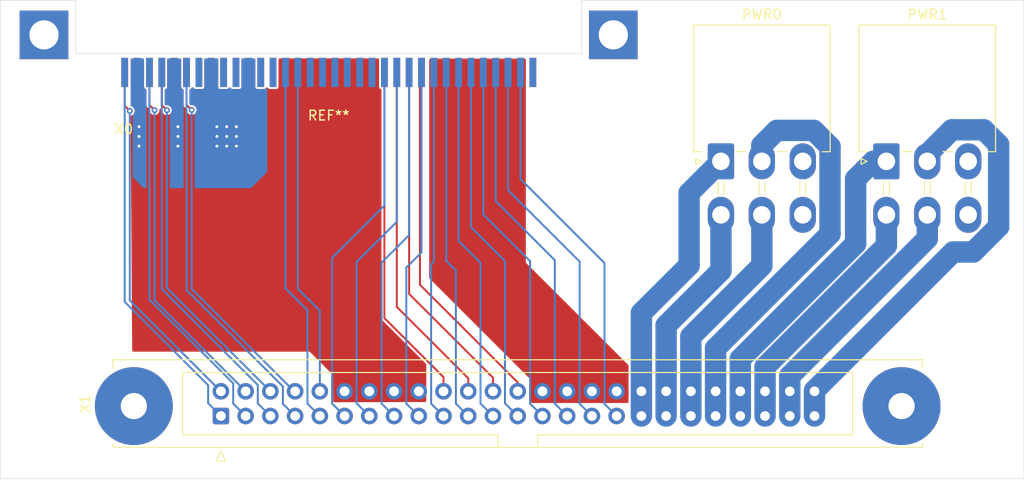
<source format=kicad_pcb>
(kicad_pcb (version 20171130) (host pcbnew "(5.1.8)-1")

  (general
    (thickness 1.6)
    (drawings 18)
    (tracks 161)
    (zones 0)
    (modules 4)
    (nets 59)
  )

  (page A4)
  (layers
    (0 F.Cu signal)
    (31 B.Cu signal)
    (32 B.Adhes user)
    (33 F.Adhes user)
    (34 B.Paste user)
    (35 F.Paste user)
    (36 B.SilkS user)
    (37 F.SilkS user)
    (38 B.Mask user)
    (39 F.Mask user)
    (40 Dwgs.User user)
    (41 Cmts.User user)
    (42 Eco1.User user)
    (43 Eco2.User user)
    (44 Edge.Cuts user)
    (45 Margin user)
    (46 B.CrtYd user)
    (47 F.CrtYd user)
    (48 B.Fab user)
    (49 F.Fab user)
  )

  (setup
    (last_trace_width 0.2)
    (trace_clearance 0.125)
    (zone_clearance 0.2)
    (zone_45_only no)
    (trace_min 0.125)
    (via_size 0.6)
    (via_drill 0.3)
    (via_min_size 0.4)
    (via_min_drill 0.3)
    (uvia_size 0.6)
    (uvia_drill 0.3)
    (uvias_allowed no)
    (uvia_min_size 0.4)
    (uvia_min_drill 0.3)
    (edge_width 0.05)
    (segment_width 0.2)
    (pcb_text_width 0.3)
    (pcb_text_size 1.5 1.5)
    (mod_edge_width 0.12)
    (mod_text_size 1 1)
    (mod_text_width 0.15)
    (pad_size 2.5 2.5)
    (pad_drill 1.8)
    (pad_to_mask_clearance 0)
    (aux_axis_origin 0 0)
    (visible_elements 7FFFFFFF)
    (pcbplotparams
      (layerselection 0x010fc_ffffffff)
      (usegerberextensions false)
      (usegerberattributes true)
      (usegerberadvancedattributes true)
      (creategerberjobfile true)
      (excludeedgelayer true)
      (linewidth 0.100000)
      (plotframeref false)
      (viasonmask false)
      (mode 1)
      (useauxorigin false)
      (hpglpennumber 1)
      (hpglpenspeed 20)
      (hpglpendiameter 15.000000)
      (psnegative false)
      (psa4output false)
      (plotreference true)
      (plotvalue true)
      (plotinvisibletext false)
      (padsonsilk false)
      (subtractmaskfromsilk false)
      (outputformat 1)
      (mirror false)
      (drillshape 1)
      (scaleselection 1)
      (outputdirectory ""))
  )

  (net 0 "")
  (net 1 "Net-(PWR0-Pad6)")
  (net 2 "Net-(PWR0-Pad3)")
  (net 3 "Net-(PWR1-Pad6)")
  (net 4 "Net-(PWR1-Pad3)")
  (net 5 "Net-(X0-Pad35)")
  (net 6 "Net-(X0-Pad48)")
  (net 7 "Net-(X0-Pad49)")
  (net 8 "Net-(X0-Pad50)")
  (net 9 "Net-(X0-Pad51)")
  (net 10 "Net-(X0-Pad52)")
  (net 11 "Net-(X0-Pad53)")
  (net 12 "Net-(X0-Pad56)")
  (net 13 "Net-(X0-Pad60)")
  (net 14 "Net-(X0-Pad59)")
  (net 15 "Net-(X0-Pad62)")
  (net 16 "Net-(X0-Pad57)")
  (net 17 "Net-(X0-Pad25)")
  (net 18 "Net-(X0-Pad26)")
  (net 19 "Net-(X0-Pad28)")
  (net 20 "Net-(X0-Pad22)")
  (net 21 "Net-(X0-Pad23)")
  (net 22 "Net-(X0-Pad1)")
  (net 23 /PWGND0)
  (net 24 /PWGND1)
  (net 25 /VCC1)
  (net 26 /VCC0)
  (net 27 /PWGND2)
  (net 28 /PWGND3)
  (net 29 /VCC3)
  (net 30 /VCC2)
  (net 31 /DIO4)
  (net 32 /DIO5)
  (net 33 /DIO1)
  (net 34 /DIO11)
  (net 35 /DIO13)
  (net 36 /DIO15)
  (net 37 /DIO7)
  (net 38 /DIO3)
  (net 39 /DIO0)
  (net 40 /DIO6)
  (net 41 /DIO2)
  (net 42 /DIO9)
  (net 43 /AO1)
  (net 44 /AO0)
  (net 45 /AGND)
  (net 46 /AI3P)
  (net 47 /AI2P)
  (net 48 /AI0P)
  (net 49 /AI1P)
  (net 50 /DGND)
  (net 51 /DIO12)
  (net 52 /AI0N)
  (net 53 /DIO14)
  (net 54 /DIO10)
  (net 55 /AI3N)
  (net 56 /AI2N)
  (net 57 /AI1N)
  (net 58 /DIO8)

  (net_class Default "This is the default net class."
    (clearance 0.125)
    (trace_width 0.2)
    (via_dia 0.6)
    (via_drill 0.3)
    (uvia_dia 0.6)
    (uvia_drill 0.3)
    (add_net /AGND)
    (add_net /AI0N)
    (add_net /AI0P)
    (add_net /AI1N)
    (add_net /AI1P)
    (add_net /AI2N)
    (add_net /AI2P)
    (add_net /AI3N)
    (add_net /AI3P)
    (add_net /AO0)
    (add_net /AO1)
    (add_net /DGND)
    (add_net /DIO0)
    (add_net /DIO1)
    (add_net /DIO10)
    (add_net /DIO11)
    (add_net /DIO12)
    (add_net /DIO13)
    (add_net /DIO14)
    (add_net /DIO15)
    (add_net /DIO2)
    (add_net /DIO3)
    (add_net /DIO4)
    (add_net /DIO5)
    (add_net /DIO6)
    (add_net /DIO7)
    (add_net /DIO8)
    (add_net /DIO9)
    (add_net "Net-(PWR0-Pad3)")
    (add_net "Net-(PWR0-Pad6)")
    (add_net "Net-(PWR1-Pad3)")
    (add_net "Net-(PWR1-Pad6)")
    (add_net "Net-(X0-Pad1)")
    (add_net "Net-(X0-Pad22)")
    (add_net "Net-(X0-Pad23)")
    (add_net "Net-(X0-Pad25)")
    (add_net "Net-(X0-Pad26)")
    (add_net "Net-(X0-Pad28)")
    (add_net "Net-(X0-Pad35)")
    (add_net "Net-(X0-Pad48)")
    (add_net "Net-(X0-Pad49)")
    (add_net "Net-(X0-Pad50)")
    (add_net "Net-(X0-Pad51)")
    (add_net "Net-(X0-Pad52)")
    (add_net "Net-(X0-Pad53)")
    (add_net "Net-(X0-Pad56)")
    (add_net "Net-(X0-Pad57)")
    (add_net "Net-(X0-Pad59)")
    (add_net "Net-(X0-Pad60)")
    (add_net "Net-(X0-Pad62)")
  )

  (net_class pwr ""
    (clearance 0.125)
    (trace_width 1)
    (via_dia 0.6)
    (via_drill 0.3)
    (uvia_dia 0.6)
    (uvia_drill 0.3)
    (add_net /PWGND0)
    (add_net /PWGND1)
    (add_net /PWGND2)
    (add_net /PWGND3)
    (add_net /VCC0)
    (add_net /VCC1)
    (add_net /VCC2)
    (add_net /VCC3)
  )

  (module Connector_Molex:Molex_Mini-Fit_Jr_5569-06A2_2x03_P4.20mm_Horizontal (layer F.Cu) (tedit 5B7818E8) (tstamp 616DF427)
    (at 191.25 131.06)
    (descr "Molex Mini-Fit Jr. Power Connectors, old mpn/engineering number: 5569-06A2, example for new mpn: 39-30-0060, 3 Pins per row, Mounting: Snap-in Plastic Peg PCB Lock (http://www.molex.com/pdm_docs/sd/039300020_sd.pdf), generated with kicad-footprint-generator")
    (tags "connector Molex Mini-Fit_Jr top entryplastic_peg")
    (path /6173C359)
    (fp_text reference PWR1 (at 4.2 -15.1) (layer F.SilkS)
      (effects (font (size 1 1) (thickness 0.15)))
    )
    (fp_text value Conn_02x03_Top_Bottom (at 4.2 8.55) (layer F.Fab)
      (effects (font (size 1 1) (thickness 0.15)))
    )
    (fp_text user %R (at 4.2 -13.2) (layer F.Fab)
      (effects (font (size 1 1) (thickness 0.15)))
    )
    (fp_line (start -2.7 -13.9) (end -2.7 -1.1) (layer F.Fab) (width 0.1))
    (fp_line (start -2.7 -1.1) (end 11.1 -1.1) (layer F.Fab) (width 0.1))
    (fp_line (start 11.1 -1.1) (end 11.1 -13.9) (layer F.Fab) (width 0.1))
    (fp_line (start 11.1 -13.9) (end -2.7 -13.9) (layer F.Fab) (width 0.1))
    (fp_line (start -2 -0.99) (end -2.81 -0.99) (layer F.SilkS) (width 0.12))
    (fp_line (start -2.81 -0.99) (end -2.81 -14.01) (layer F.SilkS) (width 0.12))
    (fp_line (start -2.81 -14.01) (end 4.2 -14.01) (layer F.SilkS) (width 0.12))
    (fp_line (start 10.4 -0.99) (end 11.21 -0.99) (layer F.SilkS) (width 0.12))
    (fp_line (start 11.21 -0.99) (end 11.21 -14.01) (layer F.SilkS) (width 0.12))
    (fp_line (start 11.21 -14.01) (end 4.2 -14.01) (layer F.SilkS) (width 0.12))
    (fp_line (start -0.3 2.11) (end -0.3 3.39) (layer F.SilkS) (width 0.12))
    (fp_line (start 0.3 2.11) (end 0.3 3.39) (layer F.SilkS) (width 0.12))
    (fp_line (start 3.9 2.11) (end 3.9 3.39) (layer F.SilkS) (width 0.12))
    (fp_line (start 4.5 2.11) (end 4.5 3.39) (layer F.SilkS) (width 0.12))
    (fp_line (start 8.1 2.11) (end 8.1 3.39) (layer F.SilkS) (width 0.12))
    (fp_line (start 8.7 2.11) (end 8.7 3.39) (layer F.SilkS) (width 0.12))
    (fp_line (start 1.61 -1) (end 2.59 -1) (layer F.SilkS) (width 0.12))
    (fp_line (start 5.81 -1) (end 6.79 -1) (layer F.SilkS) (width 0.12))
    (fp_line (start -2 0) (end -2.6 0.3) (layer F.SilkS) (width 0.12))
    (fp_line (start -2.6 0.3) (end -2.6 -0.3) (layer F.SilkS) (width 0.12))
    (fp_line (start -2.6 -0.3) (end -2 0) (layer F.SilkS) (width 0.12))
    (fp_line (start -1 -1.1) (end 0 -2.514214) (layer F.Fab) (width 0.1))
    (fp_line (start 0 -2.514214) (end 1 -1.1) (layer F.Fab) (width 0.1))
    (fp_line (start -3.2 -14.4) (end -3.2 7.85) (layer F.CrtYd) (width 0.05))
    (fp_line (start -3.2 7.85) (end 11.6 7.85) (layer F.CrtYd) (width 0.05))
    (fp_line (start 11.6 7.85) (end 11.6 -14.4) (layer F.CrtYd) (width 0.05))
    (fp_line (start 11.6 -14.4) (end -3.2 -14.4) (layer F.CrtYd) (width 0.05))
    (pad "" np_thru_hole circle (at 8.4 -7.3) (size 3 3) (drill 3) (layers *.Cu *.Mask))
    (pad "" np_thru_hole circle (at 0 -7.3) (size 3 3) (drill 3) (layers *.Cu *.Mask))
    (pad 6 thru_hole oval (at 8.4 5.5) (size 2.7 3.7) (drill 1.8) (layers *.Cu *.Mask)
      (net 3 "Net-(PWR1-Pad6)"))
    (pad 5 thru_hole oval (at 4.2 5.5) (size 2.7 3.7) (drill 1.8) (layers *.Cu *.Mask)
      (net 28 /PWGND3))
    (pad 4 thru_hole oval (at 0 5.5) (size 2.7 3.7) (drill 1.8) (layers *.Cu *.Mask)
      (net 27 /PWGND2))
    (pad 3 thru_hole oval (at 8.4 0) (size 2.7 3.7) (drill 1.8) (layers *.Cu *.Mask)
      (net 4 "Net-(PWR1-Pad3)"))
    (pad 2 thru_hole oval (at 4.2 0) (size 2.7 3.7) (drill 1.8) (layers *.Cu *.Mask)
      (net 29 /VCC3))
    (pad 1 thru_hole roundrect (at 0 0) (size 2.7 3.7) (drill 1.8) (layers *.Cu *.Mask) (roundrect_rratio 0.09259299999999999)
      (net 30 /VCC2))
    (model ${KISYS3DMOD}/Connector_Molex.3dshapes/Molex_Mini-Fit_Jr_5569-06A2_2x03_P4.20mm_Horizontal.wrl
      (at (xyz 0 0 0))
      (scale (xyz 1 1 1))
      (rotate (xyz 0 0 0))
    )
  )

  (module Connector_Molex:Molex_Mini-Fit_Jr_5569-06A2_2x03_P4.20mm_Horizontal (layer F.Cu) (tedit 5B7818E8) (tstamp 616DF3FF)
    (at 174.26 131.06)
    (descr "Molex Mini-Fit Jr. Power Connectors, old mpn/engineering number: 5569-06A2, example for new mpn: 39-30-0060, 3 Pins per row, Mounting: Snap-in Plastic Peg PCB Lock (http://www.molex.com/pdm_docs/sd/039300020_sd.pdf), generated with kicad-footprint-generator")
    (tags "connector Molex Mini-Fit_Jr top entryplastic_peg")
    (path /61743BBE)
    (fp_text reference PWR0 (at 4.2 -15.1) (layer F.SilkS)
      (effects (font (size 1 1) (thickness 0.15)))
    )
    (fp_text value Conn_02x03_Top_Bottom (at 4.2 8.55) (layer F.Fab)
      (effects (font (size 1 1) (thickness 0.15)))
    )
    (fp_text user %R (at 4.2 -13.2) (layer F.Fab)
      (effects (font (size 1 1) (thickness 0.15)))
    )
    (fp_line (start -2.7 -13.9) (end -2.7 -1.1) (layer F.Fab) (width 0.1))
    (fp_line (start -2.7 -1.1) (end 11.1 -1.1) (layer F.Fab) (width 0.1))
    (fp_line (start 11.1 -1.1) (end 11.1 -13.9) (layer F.Fab) (width 0.1))
    (fp_line (start 11.1 -13.9) (end -2.7 -13.9) (layer F.Fab) (width 0.1))
    (fp_line (start -2 -0.99) (end -2.81 -0.99) (layer F.SilkS) (width 0.12))
    (fp_line (start -2.81 -0.99) (end -2.81 -14.01) (layer F.SilkS) (width 0.12))
    (fp_line (start -2.81 -14.01) (end 4.2 -14.01) (layer F.SilkS) (width 0.12))
    (fp_line (start 10.4 -0.99) (end 11.21 -0.99) (layer F.SilkS) (width 0.12))
    (fp_line (start 11.21 -0.99) (end 11.21 -14.01) (layer F.SilkS) (width 0.12))
    (fp_line (start 11.21 -14.01) (end 4.2 -14.01) (layer F.SilkS) (width 0.12))
    (fp_line (start -0.3 2.11) (end -0.3 3.39) (layer F.SilkS) (width 0.12))
    (fp_line (start 0.3 2.11) (end 0.3 3.39) (layer F.SilkS) (width 0.12))
    (fp_line (start 3.9 2.11) (end 3.9 3.39) (layer F.SilkS) (width 0.12))
    (fp_line (start 4.5 2.11) (end 4.5 3.39) (layer F.SilkS) (width 0.12))
    (fp_line (start 8.1 2.11) (end 8.1 3.39) (layer F.SilkS) (width 0.12))
    (fp_line (start 8.7 2.11) (end 8.7 3.39) (layer F.SilkS) (width 0.12))
    (fp_line (start 1.61 -1) (end 2.59 -1) (layer F.SilkS) (width 0.12))
    (fp_line (start 5.81 -1) (end 6.79 -1) (layer F.SilkS) (width 0.12))
    (fp_line (start -2 0) (end -2.6 0.3) (layer F.SilkS) (width 0.12))
    (fp_line (start -2.6 0.3) (end -2.6 -0.3) (layer F.SilkS) (width 0.12))
    (fp_line (start -2.6 -0.3) (end -2 0) (layer F.SilkS) (width 0.12))
    (fp_line (start -1 -1.1) (end 0 -2.514214) (layer F.Fab) (width 0.1))
    (fp_line (start 0 -2.514214) (end 1 -1.1) (layer F.Fab) (width 0.1))
    (fp_line (start -3.2 -14.4) (end -3.2 7.85) (layer F.CrtYd) (width 0.05))
    (fp_line (start -3.2 7.85) (end 11.6 7.85) (layer F.CrtYd) (width 0.05))
    (fp_line (start 11.6 7.85) (end 11.6 -14.4) (layer F.CrtYd) (width 0.05))
    (fp_line (start 11.6 -14.4) (end -3.2 -14.4) (layer F.CrtYd) (width 0.05))
    (pad "" np_thru_hole circle (at 8.4 -7.3) (size 3 3) (drill 3) (layers *.Cu *.Mask))
    (pad "" np_thru_hole circle (at 0 -7.3) (size 3 3) (drill 3) (layers *.Cu *.Mask))
    (pad 6 thru_hole oval (at 8.4 5.5) (size 2.7 3.7) (drill 1.8) (layers *.Cu *.Mask)
      (net 1 "Net-(PWR0-Pad6)"))
    (pad 5 thru_hole oval (at 4.2 5.5) (size 2.7 3.7) (drill 1.8) (layers *.Cu *.Mask)
      (net 24 /PWGND1))
    (pad 4 thru_hole oval (at 0 5.5) (size 2.7 3.7) (drill 1.8) (layers *.Cu *.Mask)
      (net 23 /PWGND0))
    (pad 3 thru_hole oval (at 8.4 0) (size 2.7 3.7) (drill 1.8) (layers *.Cu *.Mask)
      (net 2 "Net-(PWR0-Pad3)"))
    (pad 2 thru_hole oval (at 4.2 0) (size 2.7 3.7) (drill 1.8) (layers *.Cu *.Mask)
      (net 25 /VCC1))
    (pad 1 thru_hole roundrect (at 0 0) (size 2.7 3.7) (drill 1.8) (layers *.Cu *.Mask) (roundrect_rratio 0.09259299999999999)
      (net 26 /VCC0))
    (model ${KISYS3DMOD}/Connector_Molex.3dshapes/Molex_Mini-Fit_Jr_5569-06A2_2x03_P4.20mm_Horizontal.wrl
      (at (xyz 0 0 0))
      (scale (xyz 1 1 1))
      (rotate (xyz 0 0 0))
    )
  )

  (module Connector_IDC:IDC-Header_2x25-1MP_P2.54mm_Latch_Vertical (layer F.Cu) (tedit 5EAC9A06) (tstamp 616DD853)
    (at 122.91 157.24 90)
    (descr "Through hole IDC header, 2x25, 2.54mm pitch, DIN 41651 / IEC 60603-13, double rows latches, mounting holes, https://docs.google.com/spreadsheets/d/16SsEcesNF15N3Lb4niX7dcUr-NY5_MFPQhobNuNppn4/edit#gid=0")
    (tags "Through hole vertical IDC header THT 2x25 2.54mm double row")
    (path /61707A70)
    (fp_text reference X1 (at 1.27 -13.94 90) (layer F.SilkS)
      (effects (font (size 1 1) (thickness 0.15)))
    )
    (fp_text value Conn_02x25_Odd_Even (at 1.27 74.9 90) (layer F.Fab)
      (effects (font (size 1 1) (thickness 0.15)))
    )
    (fp_text user %R (at 1.27 30.48) (layer F.Fab)
      (effects (font (size 1 1) (thickness 0.15)))
    )
    (fp_line (start -3.13 -9.97) (end -2.13 -10.97) (layer F.Fab) (width 0.1))
    (fp_line (start -2.13 -10.97) (end 5.67 -10.97) (layer F.Fab) (width 0.1))
    (fp_line (start 5.67 -10.97) (end 5.67 71.93) (layer F.Fab) (width 0.1))
    (fp_line (start 5.67 71.93) (end -3.13 71.93) (layer F.Fab) (width 0.1))
    (fp_line (start -3.13 71.93) (end -3.13 -9.97) (layer F.Fab) (width 0.1))
    (fp_line (start -3.13 28.43) (end -1.93 28.43) (layer F.Fab) (width 0.1))
    (fp_line (start -1.93 28.43) (end -1.93 -3.92) (layer F.Fab) (width 0.1))
    (fp_line (start -1.93 -3.92) (end 4.47 -3.92) (layer F.Fab) (width 0.1))
    (fp_line (start 4.47 -3.92) (end 4.47 64.88) (layer F.Fab) (width 0.1))
    (fp_line (start 4.47 64.88) (end -1.93 64.88) (layer F.Fab) (width 0.1))
    (fp_line (start -1.93 64.88) (end -1.93 32.53) (layer F.Fab) (width 0.1))
    (fp_line (start -1.93 32.53) (end -1.93 32.53) (layer F.Fab) (width 0.1))
    (fp_line (start -1.93 32.53) (end -3.13 32.53) (layer F.Fab) (width 0.1))
    (fp_line (start 4.91 -11.08) (end 5.78 -11.08) (layer F.SilkS) (width 0.12))
    (fp_line (start 5.78 -11.08) (end 5.78 72.04) (layer F.SilkS) (width 0.12))
    (fp_line (start 5.78 72.04) (end 4.91 72.04) (layer F.SilkS) (width 0.12))
    (fp_line (start -2.87 -11.08) (end -3.24 -11.08) (layer F.SilkS) (width 0.12))
    (fp_line (start -3.24 -11.08) (end -3.24 72.04) (layer F.SilkS) (width 0.12))
    (fp_line (start -3.24 72.04) (end -2.87 72.04) (layer F.SilkS) (width 0.12))
    (fp_line (start -3.24 28.43) (end -1.93 28.43) (layer F.SilkS) (width 0.12))
    (fp_line (start -1.93 28.43) (end -1.93 -3.92) (layer F.SilkS) (width 0.12))
    (fp_line (start -1.93 -3.92) (end 4.47 -3.92) (layer F.SilkS) (width 0.12))
    (fp_line (start 4.47 -3.92) (end 4.47 64.88) (layer F.SilkS) (width 0.12))
    (fp_line (start 4.47 64.88) (end -1.93 64.88) (layer F.SilkS) (width 0.12))
    (fp_line (start -1.93 64.88) (end -1.93 32.53) (layer F.SilkS) (width 0.12))
    (fp_line (start -1.93 32.53) (end -1.93 32.53) (layer F.SilkS) (width 0.12))
    (fp_line (start -1.93 32.53) (end -3.24 32.53) (layer F.SilkS) (width 0.12))
    (fp_line (start -3.63 0) (end -4.63 -0.5) (layer F.SilkS) (width 0.12))
    (fp_line (start -4.63 -0.5) (end -4.63 0.5) (layer F.SilkS) (width 0.12))
    (fp_line (start -4.63 0.5) (end -3.63 0) (layer F.SilkS) (width 0.12))
    (fp_line (start -3.63 -13.44) (end -3.63 74.4) (layer F.CrtYd) (width 0.05))
    (fp_line (start -3.63 74.4) (end 6.17 74.4) (layer F.CrtYd) (width 0.05))
    (fp_line (start 6.17 74.4) (end 6.17 -13.44) (layer F.CrtYd) (width 0.05))
    (fp_line (start 6.17 -13.44) (end -3.63 -13.44) (layer F.CrtYd) (width 0.05))
    (pad MP thru_hole circle (at 1.02 69.9 90) (size 8 8) (drill 2.69) (layers *.Cu *.Mask))
    (pad MP thru_hole circle (at 1.02 -8.94 90) (size 8 8) (drill 2.69) (layers *.Cu *.Mask))
    (pad 50 thru_hole circle (at 2.54 60.96 90) (size 1.7 1.7) (drill 1) (layers *.Cu *.Mask)
      (net 29 /VCC3))
    (pad 48 thru_hole circle (at 2.54 58.42 90) (size 1.7 1.7) (drill 1) (layers *.Cu *.Mask)
      (net 28 /PWGND3))
    (pad 46 thru_hole circle (at 2.54 55.88 90) (size 1.7 1.7) (drill 1) (layers *.Cu *.Mask)
      (net 27 /PWGND2))
    (pad 44 thru_hole circle (at 2.54 53.34 90) (size 1.7 1.7) (drill 1) (layers *.Cu *.Mask)
      (net 30 /VCC2))
    (pad 42 thru_hole circle (at 2.54 50.8 90) (size 1.7 1.7) (drill 1) (layers *.Cu *.Mask)
      (net 25 /VCC1))
    (pad 40 thru_hole circle (at 2.54 48.26 90) (size 1.7 1.7) (drill 1) (layers *.Cu *.Mask)
      (net 24 /PWGND1))
    (pad 38 thru_hole circle (at 2.54 45.72 90) (size 1.7 1.7) (drill 1) (layers *.Cu *.Mask)
      (net 23 /PWGND0))
    (pad 36 thru_hole circle (at 2.54 43.18 90) (size 1.7 1.7) (drill 1) (layers *.Cu *.Mask)
      (net 26 /VCC0))
    (pad 34 thru_hole circle (at 2.54 40.64 90) (size 1.7 1.7) (drill 1) (layers *.Cu *.Mask)
      (net 50 /DGND))
    (pad 32 thru_hole circle (at 2.54 38.1 90) (size 1.7 1.7) (drill 1) (layers *.Cu *.Mask)
      (net 50 /DGND))
    (pad 30 thru_hole circle (at 2.54 35.56 90) (size 1.7 1.7) (drill 1) (layers *.Cu *.Mask)
      (net 50 /DGND))
    (pad 28 thru_hole circle (at 2.54 33.02 90) (size 1.7 1.7) (drill 1) (layers *.Cu *.Mask)
      (net 50 /DGND))
    (pad 26 thru_hole circle (at 2.54 30.48 90) (size 1.7 1.7) (drill 1) (layers *.Cu *.Mask)
      (net 58 /DIO8))
    (pad 24 thru_hole circle (at 2.54 27.94 90) (size 1.7 1.7) (drill 1) (layers *.Cu *.Mask)
      (net 54 /DIO10))
    (pad 22 thru_hole circle (at 2.54 25.4 90) (size 1.7 1.7) (drill 1) (layers *.Cu *.Mask)
      (net 51 /DIO12))
    (pad 20 thru_hole circle (at 2.54 22.86 90) (size 1.7 1.7) (drill 1) (layers *.Cu *.Mask)
      (net 53 /DIO14))
    (pad 18 thru_hole circle (at 2.54 20.32 90) (size 1.7 1.7) (drill 1) (layers *.Cu *.Mask)
      (net 45 /AGND))
    (pad 16 thru_hole circle (at 2.54 17.78 90) (size 1.7 1.7) (drill 1) (layers *.Cu *.Mask)
      (net 45 /AGND))
    (pad 14 thru_hole circle (at 2.54 15.24 90) (size 1.7 1.7) (drill 1) (layers *.Cu *.Mask)
      (net 45 /AGND))
    (pad 12 thru_hole circle (at 2.54 12.7 90) (size 1.7 1.7) (drill 1) (layers *.Cu *.Mask)
      (net 45 /AGND))
    (pad 10 thru_hole circle (at 2.54 10.16 90) (size 1.7 1.7) (drill 1) (layers *.Cu *.Mask)
      (net 43 /AO1))
    (pad 8 thru_hole circle (at 2.54 7.62 90) (size 1.7 1.7) (drill 1) (layers *.Cu *.Mask)
      (net 55 /AI3N))
    (pad 6 thru_hole circle (at 2.54 5.08 90) (size 1.7 1.7) (drill 1) (layers *.Cu *.Mask)
      (net 56 /AI2N))
    (pad 4 thru_hole circle (at 2.54 2.54 90) (size 1.7 1.7) (drill 1) (layers *.Cu *.Mask)
      (net 57 /AI1N))
    (pad 2 thru_hole circle (at 2.54 0 90) (size 1.7 1.7) (drill 1) (layers *.Cu *.Mask)
      (net 52 /AI0N))
    (pad 49 thru_hole circle (at 0 60.96 90) (size 1.7 1.7) (drill 1) (layers *.Cu *.Mask)
      (net 29 /VCC3))
    (pad 47 thru_hole circle (at 0 58.42 90) (size 1.7 1.7) (drill 1) (layers *.Cu *.Mask)
      (net 28 /PWGND3))
    (pad 45 thru_hole circle (at 0 55.88 90) (size 1.7 1.7) (drill 1) (layers *.Cu *.Mask)
      (net 27 /PWGND2))
    (pad 43 thru_hole circle (at 0 53.34 90) (size 1.7 1.7) (drill 1) (layers *.Cu *.Mask)
      (net 30 /VCC2))
    (pad 41 thru_hole circle (at 0 50.8 90) (size 1.7 1.7) (drill 1) (layers *.Cu *.Mask)
      (net 25 /VCC1))
    (pad 39 thru_hole circle (at 0 48.26 90) (size 1.7 1.7) (drill 1) (layers *.Cu *.Mask)
      (net 24 /PWGND1))
    (pad 37 thru_hole circle (at 0 45.72 90) (size 1.7 1.7) (drill 1) (layers *.Cu *.Mask)
      (net 23 /PWGND0))
    (pad 35 thru_hole circle (at 0 43.18 90) (size 1.7 1.7) (drill 1) (layers *.Cu *.Mask)
      (net 26 /VCC0))
    (pad 33 thru_hole circle (at 0 40.64 90) (size 1.7 1.7) (drill 1) (layers *.Cu *.Mask)
      (net 39 /DIO0))
    (pad 31 thru_hole circle (at 0 38.1 90) (size 1.7 1.7) (drill 1) (layers *.Cu *.Mask)
      (net 33 /DIO1))
    (pad 29 thru_hole circle (at 0 35.56 90) (size 1.7 1.7) (drill 1) (layers *.Cu *.Mask)
      (net 41 /DIO2))
    (pad 27 thru_hole circle (at 0 33.02 90) (size 1.7 1.7) (drill 1) (layers *.Cu *.Mask)
      (net 38 /DIO3))
    (pad 25 thru_hole circle (at 0 30.48 90) (size 1.7 1.7) (drill 1) (layers *.Cu *.Mask)
      (net 31 /DIO4))
    (pad 23 thru_hole circle (at 0 27.94 90) (size 1.7 1.7) (drill 1) (layers *.Cu *.Mask)
      (net 32 /DIO5))
    (pad 21 thru_hole circle (at 0 25.4 90) (size 1.7 1.7) (drill 1) (layers *.Cu *.Mask)
      (net 40 /DIO6))
    (pad 19 thru_hole circle (at 0 22.86 90) (size 1.7 1.7) (drill 1) (layers *.Cu *.Mask)
      (net 37 /DIO7))
    (pad 17 thru_hole circle (at 0 20.32 90) (size 1.7 1.7) (drill 1) (layers *.Cu *.Mask)
      (net 42 /DIO9))
    (pad 15 thru_hole circle (at 0 17.78 90) (size 1.7 1.7) (drill 1) (layers *.Cu *.Mask)
      (net 34 /DIO11))
    (pad 13 thru_hole circle (at 0 15.24 90) (size 1.7 1.7) (drill 1) (layers *.Cu *.Mask)
      (net 35 /DIO13))
    (pad 11 thru_hole circle (at 0 12.7 90) (size 1.7 1.7) (drill 1) (layers *.Cu *.Mask)
      (net 36 /DIO15))
    (pad 9 thru_hole circle (at 0 10.16 90) (size 1.7 1.7) (drill 1) (layers *.Cu *.Mask)
      (net 44 /AO0))
    (pad 7 thru_hole circle (at 0 7.62 90) (size 1.7 1.7) (drill 1) (layers *.Cu *.Mask)
      (net 46 /AI3P))
    (pad 5 thru_hole circle (at 0 5.08 90) (size 1.7 1.7) (drill 1) (layers *.Cu *.Mask)
      (net 47 /AI2P))
    (pad 3 thru_hole circle (at 0 2.54 90) (size 1.7 1.7) (drill 1) (layers *.Cu *.Mask)
      (net 49 /AI1P))
    (pad 1 thru_hole roundrect (at 0 0 90) (size 1.7 1.7) (drill 1) (layers *.Cu *.Mask) (roundrect_rratio 0.147059)
      (net 48 /AI0P))
    (model ${KISYS3DMOD}/Connector_IDC.3dshapes/IDC-Header_2x25-1MP_P2.54mm_Latch_Vertical.wrl
      (at (xyz 0 0 0))
      (scale (xyz 1 1 1))
      (rotate (xyz 0 0 0))
    )
  )

  (module spels_dev:SHC-68_PAD (layer F.Cu) (tedit 616851A9) (tstamp 61684BAB)
    (at 133.985 121.92)
    (path /6167F77D)
    (fp_text reference X0 (at -21.045 5.84) (layer F.SilkS)
      (effects (font (size 1 1) (thickness 0.15)))
    )
    (fp_text value SHC-68 (at 0 -0.5) (layer F.Fab)
      (effects (font (size 1 1) (thickness 0.15)))
    )
    (fp_text user SHC-68_PAD (at 0 -4.574) (layer F.Fab)
      (effects (font (size 1 1) (thickness 0.15)))
    )
    (fp_text user REF** (at -0.005 4.429) (layer F.SilkS)
      (effects (font (size 1 1) (thickness 0.15)))
    )
    (pad 40 smd rect (at 14.605 0 180) (size 0.7 3) (layers B.Cu F.Paste F.Mask)
      (net 31 /DIO4))
    (pad 41 smd rect (at 13.335 0 180) (size 0.7 3) (layers B.Cu F.Paste F.Mask)
      (net 32 /DIO5))
    (pad 35 smd rect (at 20.955 0 180) (size 0.7 3) (layers B.Cu F.Paste F.Mask)
      (net 5 "Net-(X0-Pad35)"))
    (pad 37 smd rect (at 18.415 0 180) (size 0.7 3) (layers B.Cu F.Paste F.Mask)
      (net 33 /DIO1))
    (pad 45 smd rect (at 8.255 0 180) (size 0.7 3) (layers B.Cu F.Paste F.Mask)
      (net 34 /DIO11))
    (pad 46 smd rect (at 6.985 0 180) (size 0.7 3) (layers B.Cu F.Paste F.Mask)
      (net 35 /DIO13))
    (pad 47 smd rect (at 5.715 0 180) (size 0.7 3) (layers B.Cu F.Paste F.Mask)
      (net 36 /DIO15))
    (pad 43 smd rect (at 10.795 0 180) (size 0.7 3) (layers B.Cu F.Paste F.Mask)
      (net 37 /DIO7))
    (pad 39 smd rect (at 15.875 0 180) (size 0.7 3) (layers B.Cu F.Paste F.Mask)
      (net 38 /DIO3))
    (pad 48 smd rect (at 4.445 0 180) (size 0.7 3) (layers B.Cu F.Paste F.Mask)
      (net 6 "Net-(X0-Pad48)"))
    (pad 36 smd rect (at 19.685 0 180) (size 0.7 3) (layers B.Cu F.Paste F.Mask)
      (net 39 /DIO0))
    (pad 42 smd rect (at 12.065 0 180) (size 0.7 3) (layers B.Cu F.Paste F.Mask)
      (net 40 /DIO6))
    (pad 49 smd rect (at 3.175 0 180) (size 0.7 3) (layers B.Cu F.Paste F.Mask)
      (net 7 "Net-(X0-Pad49)"))
    (pad 50 smd rect (at 1.905 0 180) (size 0.7 3) (layers B.Cu F.Paste F.Mask)
      (net 8 "Net-(X0-Pad50)"))
    (pad 51 smd rect (at 0.635 0 180) (size 0.7 3) (layers B.Cu F.Paste F.Mask)
      (net 9 "Net-(X0-Pad51)"))
    (pad 38 smd rect (at 17.145 0 180) (size 0.7 3) (layers B.Cu F.Paste F.Mask)
      (net 41 /DIO2))
    (pad 44 smd rect (at 9.525 0 180) (size 0.7 3) (layers B.Cu F.Paste F.Mask)
      (net 42 /DIO9))
    (pad 52 smd rect (at -0.635 0 180) (size 0.7 3) (layers B.Cu F.Paste F.Mask)
      (net 10 "Net-(X0-Pad52)"))
    (pad 53 smd rect (at -1.905 0 180) (size 0.7 3) (layers B.Cu F.Paste F.Mask)
      (net 11 "Net-(X0-Pad53)"))
    (pad 54 smd rect (at -3.175 0 180) (size 0.7 3) (layers B.Cu F.Paste F.Mask)
      (net 43 /AO1))
    (pad 55 smd rect (at -4.445 0 180) (size 0.7 3) (layers B.Cu F.Paste F.Mask)
      (net 44 /AO0))
    (pad 56 smd rect (at -5.715 0 180) (size 0.7 3) (layers B.Cu F.Paste F.Mask)
      (net 12 "Net-(X0-Pad56)"))
    (pad 60 smd rect (at -10.795 0 180) (size 0.7 3) (layers B.Cu F.Paste F.Mask)
      (net 13 "Net-(X0-Pad60)"))
    (pad 67 smd rect (at -19.685 0 180) (size 0.7 3) (layers B.Cu F.Paste F.Mask)
      (net 45 /AGND))
    (pad 63 smd rect (at -14.605 0 180) (size 0.7 3) (layers B.Cu F.Paste F.Mask)
      (net 46 /AI3P))
    (pad 61 smd rect (at -12.065 0 180) (size 0.7 3) (layers B.Cu F.Paste F.Mask)
      (net 45 /AGND))
    (pad 65 smd rect (at -17.145 0 180) (size 0.7 3) (layers B.Cu F.Paste F.Mask)
      (net 47 /AI2P))
    (pad 68 smd rect (at -20.955 0 180) (size 0.7 3) (layers B.Cu F.Paste F.Mask)
      (net 48 /AI0P))
    (pad 59 smd rect (at -9.525 0 180) (size 0.7 3) (layers B.Cu F.Paste F.Mask)
      (net 14 "Net-(X0-Pad59)"))
    (pad 62 smd rect (at -13.335 0 180) (size 0.7 3) (layers B.Cu F.Paste F.Mask)
      (net 15 "Net-(X0-Pad62)"))
    (pad 66 smd rect (at -18.415 0 180) (size 0.7 3) (layers B.Cu F.Paste F.Mask)
      (net 49 /AI1P))
    (pad 58 smd rect (at -8.255 0 180) (size 0.7 3) (layers B.Cu F.Paste F.Mask)
      (net 45 /AGND))
    (pad 64 smd rect (at -15.875 0 180) (size 0.7 3) (layers B.Cu F.Paste F.Mask)
      (net 45 /AGND))
    (pad 57 smd rect (at -6.985 0 180) (size 0.7 3) (layers B.Cu F.Paste F.Mask)
      (net 16 "Net-(X0-Pad57)"))
    (pad 0 thru_hole rect (at -29.241 -3.863) (size 5 5) (drill 3) (layers *.Cu *.Mask))
    (pad 0 thru_hole rect (at 29.221 -3.863) (size 5 5) (drill 3) (layers *.Cu *.Mask))
    (pad 14 smd rect (at 4.445 0) (size 0.7 3) (layers F.Cu F.Paste F.Mask)
      (net 45 /AGND))
    (pad 24 smd rect (at -8.255 0) (size 0.7 3) (layers F.Cu F.Paste F.Mask)
      (net 45 /AGND))
    (pad 25 smd rect (at -9.525 0) (size 0.7 3) (layers F.Cu F.Paste F.Mask)
      (net 17 "Net-(X0-Pad25)"))
    (pad 26 smd rect (at -10.795 0) (size 0.7 3) (layers F.Cu F.Paste F.Mask)
      (net 18 "Net-(X0-Pad26)"))
    (pad 4 smd rect (at 17.145 0) (size 0.7 3) (layers F.Cu F.Paste F.Mask)
      (net 50 /DGND))
    (pad 27 smd rect (at -12.065 0) (size 0.7 3) (layers F.Cu F.Paste F.Mask)
      (net 45 /AGND))
    (pad 28 smd rect (at -13.335 0) (size 0.7 3) (layers F.Cu F.Paste F.Mask)
      (net 19 "Net-(X0-Pad28)"))
    (pad 21 smd rect (at -4.445 0) (size 0.7 3) (layers F.Cu F.Paste F.Mask)
      (net 45 /AGND))
    (pad 9 smd rect (at 10.795 0) (size 0.7 3) (layers F.Cu F.Paste F.Mask)
      (net 50 /DGND))
    (pad 3 smd rect (at 18.415 0) (size 0.7 3) (layers F.Cu F.Paste F.Mask)
      (net 50 /DGND))
    (pad 2 smd rect (at 19.685 0) (size 0.7 3) (layers F.Cu F.Paste F.Mask)
      (net 50 /DGND))
    (pad 22 smd rect (at -5.715 0) (size 0.7 3) (layers F.Cu F.Paste F.Mask)
      (net 20 "Net-(X0-Pad22)"))
    (pad 30 smd rect (at -15.875 0) (size 0.7 3) (layers F.Cu F.Paste F.Mask)
      (net 45 /AGND))
    (pad 12 smd rect (at 6.985 0) (size 0.7 3) (layers F.Cu F.Paste F.Mask)
      (net 51 /DIO12))
    (pad 34 smd rect (at -20.955 0) (size 0.7 3) (layers F.Cu F.Paste F.Mask)
      (net 52 /AI0N))
    (pad 13 smd rect (at 5.715 0) (size 0.7 3) (layers F.Cu F.Paste F.Mask)
      (net 53 /DIO14))
    (pad 17 smd rect (at 0.635 0) (size 0.7 3) (layers F.Cu F.Paste F.Mask)
      (net 45 /AGND))
    (pad 5 smd rect (at 15.875 0) (size 0.7 3) (layers F.Cu F.Paste F.Mask)
      (net 50 /DGND))
    (pad 6 smd rect (at 14.605 0) (size 0.7 3) (layers F.Cu F.Paste F.Mask)
      (net 50 /DGND))
    (pad 11 smd rect (at 8.255 0) (size 0.7 3) (layers F.Cu F.Paste F.Mask)
      (net 54 /DIO10))
    (pad 23 smd rect (at -6.985 0) (size 0.7 3) (layers F.Cu F.Paste F.Mask)
      (net 21 "Net-(X0-Pad23)"))
    (pad 29 smd rect (at -14.605 0) (size 0.7 3) (layers F.Cu F.Paste F.Mask)
      (net 55 /AI3N))
    (pad 18 smd rect (at -0.635 0) (size 0.7 3) (layers F.Cu F.Paste F.Mask)
      (net 45 /AGND))
    (pad 33 smd rect (at -19.685 0) (size 0.7 3) (layers F.Cu F.Paste F.Mask)
      (net 45 /AGND))
    (pad 31 smd rect (at -17.145 0) (size 0.7 3) (layers F.Cu F.Paste F.Mask)
      (net 56 /AI2N))
    (pad 7 smd rect (at 13.335 0) (size 0.7 3) (layers F.Cu F.Paste F.Mask)
      (net 50 /DGND))
    (pad 15 smd rect (at 3.175 0) (size 0.7 3) (layers F.Cu F.Paste F.Mask)
      (net 45 /AGND))
    (pad 19 smd rect (at -1.905 0) (size 0.7 3) (layers F.Cu F.Paste F.Mask)
      (net 45 /AGND))
    (pad 20 smd rect (at -3.175 0) (size 0.7 3) (layers F.Cu F.Paste F.Mask)
      (net 45 /AGND))
    (pad 8 smd rect (at 12.065 0) (size 0.7 3) (layers F.Cu F.Paste F.Mask)
      (net 50 /DGND))
    (pad 16 smd rect (at 1.905 0) (size 0.7 3) (layers F.Cu F.Paste F.Mask)
      (net 45 /AGND))
    (pad 32 smd rect (at -18.415 0) (size 0.7 3) (layers F.Cu F.Paste F.Mask)
      (net 57 /AI1N))
    (pad 10 smd rect (at 9.525 0) (size 0.7 3) (layers F.Cu F.Paste F.Mask)
      (net 58 /DIO8))
    (pad 1 smd rect (at 20.955 0) (size 0.7 3) (layers F.Cu F.Paste F.Mask)
      (net 22 "Net-(X0-Pad1)"))
  )

  (gr_line (start 188.6 163.675) (end 205.375 163.675) (layer Edge.Cuts) (width 0.05))
  (gr_line (start 100.25 163.675) (end 188.6 163.675) (layer Edge.Cuts) (width 0.05) (tstamp 61687CAF))
  (gr_line (start 100.25 114.5) (end 100.25 163.675) (layer Edge.Cuts) (width 0.05))
  (gr_line (start 205.375 163.675) (end 205.375 115.875) (layer Edge.Cuts) (width 0.05))
  (gr_line (start 205.375 114.5) (end 205.375 115.875) (layer Edge.Cuts) (width 0.05) (tstamp 616853D2))
  (gr_line (start 188.6 114.5) (end 205.375 114.5) (layer Edge.Cuts) (width 0.05))
  (gr_line (start 166.225 114.5) (end 188.6 114.5) (layer Edge.Cuts) (width 0.05))
  (gr_line (start 101.725 114.5) (end 100.25 114.5) (layer Edge.Cuts) (width 0.05))
  (gr_line (start 161.275 114.5) (end 166.225 114.5) (layer Edge.Cuts) (width 0.05))
  (gr_line (start 159.95 114.5) (end 161.275 114.5) (layer Edge.Cuts) (width 0.05))
  (gr_line (start 159.95 115) (end 159.95 114.5) (layer Edge.Cuts) (width 0.05))
  (gr_line (start 155.075 120) (end 159.95 120) (layer Edge.Cuts) (width 0.05))
  (gr_line (start 159.95 120) (end 159.95 115) (layer Edge.Cuts) (width 0.05) (tstamp 61684C4F))
  (gr_line (start 108 120) (end 155.075 120) (layer Edge.Cuts) (width 0.05))
  (gr_line (start 108 114.5) (end 101.725 114.5) (layer Edge.Cuts) (width 0.05))
  (gr_line (start 108 114.725) (end 108 114.5) (layer Edge.Cuts) (width 0.05))
  (gr_line (start 108 114.975) (end 108 114.725) (layer Edge.Cuts) (width 0.05))
  (gr_line (start 108 120) (end 108 114.98) (layer Edge.Cuts) (width 0.05))

  (segment (start 168.63 147.93) (end 168.63 157.24) (width 2.2) (layer B.Cu) (net 23))
  (segment (start 174.26 142.3) (end 168.63 147.93) (width 2.2) (layer B.Cu) (net 23))
  (segment (start 174.26 136.56) (end 174.26 142.3) (width 2.2) (layer B.Cu) (net 23))
  (segment (start 171.17 149.07) (end 171.17 157.24) (width 2.2) (layer B.Cu) (net 24))
  (segment (start 178.46 141.78) (end 171.17 149.07) (width 2.2) (layer B.Cu) (net 24))
  (segment (start 178.46 136.56) (end 178.46 141.78) (width 2.2) (layer B.Cu) (net 24))
  (segment (start 173.71 150.28) (end 173.71 157.24) (width 2.2) (layer B.Cu) (net 25))
  (segment (start 185.46 138.53) (end 173.71 150.28) (width 2.2) (layer B.Cu) (net 25))
  (segment (start 185.46 129.55) (end 185.46 138.53) (width 2.2) (layer B.Cu) (net 25))
  (segment (start 183.79 127.88) (end 185.46 129.55) (width 2.2) (layer B.Cu) (net 25))
  (segment (start 179.99 127.88) (end 183.79 127.88) (width 2.2) (layer B.Cu) (net 25))
  (segment (start 178.46 129.41) (end 179.99 127.88) (width 2.2) (layer B.Cu) (net 25))
  (segment (start 178.46 131.06) (end 178.46 129.41) (width 2.2) (layer B.Cu) (net 25))
  (segment (start 166.09 146.65) (end 166.09 157.24) (width 2.2) (layer B.Cu) (net 26))
  (segment (start 170.99 141.75) (end 166.09 146.65) (width 2.2) (layer B.Cu) (net 26))
  (segment (start 170.99 134.32) (end 170.99 141.75) (width 2.2) (layer B.Cu) (net 26))
  (segment (start 174.25 131.06) (end 170.99 134.32) (width 2.2) (layer B.Cu) (net 26))
  (segment (start 174.26 131.06) (end 174.25 131.06) (width 2.2) (layer B.Cu) (net 26))
  (segment (start 178.79 152.18) (end 178.79 157.24) (width 2.2) (layer B.Cu) (net 27))
  (segment (start 191.25 139.72) (end 178.79 152.18) (width 2.2) (layer B.Cu) (net 27))
  (segment (start 191.25 136.56) (end 191.25 139.72) (width 2.2) (layer B.Cu) (net 27))
  (segment (start 195.45 136.56) (end 195.45 139) (width 2.2) (layer B.Cu) (net 28))
  (segment (start 181.33 153.12) (end 181.33 157.24) (width 2.2) (layer B.Cu) (net 28))
  (segment (start 195.45 139) (end 181.33 153.12) (width 2.2) (layer B.Cu) (net 28))
  (segment (start 200.17 140.38) (end 198.11 140.38) (width 2.2) (layer B.Cu) (net 29))
  (segment (start 183.87 154.62) (end 183.87 157.24) (width 2.2) (layer B.Cu) (net 29))
  (segment (start 202.78 137.77) (end 200.17 140.38) (width 2.2) (layer B.Cu) (net 29))
  (segment (start 201.26 127.82) (end 202.78 129.34) (width 2.2) (layer B.Cu) (net 29))
  (segment (start 198.11 140.38) (end 183.87 154.62) (width 2.2) (layer B.Cu) (net 29))
  (segment (start 197.97 127.82) (end 201.26 127.82) (width 2.2) (layer B.Cu) (net 29))
  (segment (start 202.78 129.34) (end 202.78 137.77) (width 2.2) (layer B.Cu) (net 29))
  (segment (start 195.45 130.34) (end 197.97 127.82) (width 2.2) (layer B.Cu) (net 29))
  (segment (start 195.45 131.06) (end 195.45 130.34) (width 2.2) (layer B.Cu) (net 29))
  (segment (start 188.09 132.87) (end 188.09 139.53) (width 2.2) (layer B.Cu) (net 30))
  (segment (start 176.25 151.37) (end 176.25 157.24) (width 2.2) (layer B.Cu) (net 30))
  (segment (start 189.9 131.06) (end 188.09 132.87) (width 2.2) (layer B.Cu) (net 30))
  (segment (start 188.09 139.53) (end 176.25 151.37) (width 2.2) (layer B.Cu) (net 30))
  (segment (start 191.25 131.06) (end 189.9 131.06) (width 2.2) (layer B.Cu) (net 30))
  (segment (start 148.59 121.92) (end 148.59 137.83) (width 0.2) (layer B.Cu) (net 31))
  (segment (start 148.59 137.83) (end 152.08 141.32) (width 0.2) (layer B.Cu) (net 31))
  (segment (start 152.08 155.93) (end 153.39 157.24) (width 0.2) (layer B.Cu) (net 31))
  (segment (start 152.08 141.32) (end 152.08 155.93) (width 0.2) (layer B.Cu) (net 31))
  (segment (start 147.32 121.92) (end 147.32 139.25) (width 0.2) (layer B.Cu) (net 32))
  (segment (start 147.32 139.25) (end 149.57 141.5) (width 0.2) (layer B.Cu) (net 32))
  (segment (start 149.57 155.96) (end 150.85 157.24) (width 0.2) (layer B.Cu) (net 32))
  (segment (start 149.57 141.5) (end 149.57 155.96) (width 0.2) (layer B.Cu) (net 32))
  (segment (start 152.4 121.92) (end 152.4 134.02) (width 0.2) (layer B.Cu) (net 33))
  (segment (start 152.4 134.02) (end 159.75 141.37) (width 0.2) (layer B.Cu) (net 33))
  (segment (start 159.75 155.98) (end 161.01 157.24) (width 0.2) (layer B.Cu) (net 33))
  (segment (start 159.75 141.37) (end 159.75 155.98) (width 0.2) (layer B.Cu) (net 33))
  (segment (start 142.24 121.92) (end 142.24 138.64) (width 0.2) (layer B.Cu) (net 34))
  (segment (start 142.24 138.64) (end 139.42 141.46) (width 0.2) (layer B.Cu) (net 34))
  (segment (start 139.42 155.97) (end 140.69 157.24) (width 0.2) (layer B.Cu) (net 34))
  (segment (start 139.42 141.46) (end 139.42 155.97) (width 0.2) (layer B.Cu) (net 34))
  (segment (start 140.97 121.92) (end 140.97 137.28) (width 0.2) (layer B.Cu) (net 35))
  (segment (start 140.97 137.28) (end 136.84 141.41) (width 0.2) (layer B.Cu) (net 35))
  (segment (start 136.84 155.93) (end 138.15 157.24) (width 0.2) (layer B.Cu) (net 35))
  (segment (start 136.84 141.41) (end 136.84 155.93) (width 0.2) (layer B.Cu) (net 35))
  (segment (start 139.7 121.92) (end 139.7 135.61) (width 0.2) (layer B.Cu) (net 36))
  (segment (start 139.7 135.61) (end 134.33 140.98) (width 0.2) (layer B.Cu) (net 36))
  (segment (start 134.33 155.96) (end 135.61 157.24) (width 0.2) (layer B.Cu) (net 36))
  (segment (start 134.33 140.98) (end 134.33 155.96) (width 0.2) (layer B.Cu) (net 36))
  (segment (start 144.78 121.92) (end 144.78 141.36) (width 0.2) (layer B.Cu) (net 37))
  (segment (start 144.78 141.36) (end 144.5 141.64) (width 0.2) (layer B.Cu) (net 37))
  (segment (start 144.5 155.97) (end 145.77 157.24) (width 0.2) (layer B.Cu) (net 37))
  (segment (start 144.5 141.64) (end 144.5 155.97) (width 0.2) (layer B.Cu) (net 37))
  (segment (start 149.86 121.92) (end 149.86 136.52) (width 0.2) (layer B.Cu) (net 38))
  (segment (start 149.86 136.52) (end 154.66 141.32) (width 0.2) (layer B.Cu) (net 38))
  (segment (start 154.66 155.97) (end 155.93 157.24) (width 0.2) (layer B.Cu) (net 38))
  (segment (start 154.66 141.32) (end 154.66 155.97) (width 0.2) (layer B.Cu) (net 38))
  (segment (start 153.67 121.92) (end 153.67 132.88) (width 0.2) (layer B.Cu) (net 39))
  (segment (start 153.67 132.88) (end 162.3 141.51) (width 0.2) (layer B.Cu) (net 39))
  (segment (start 162.3 155.99) (end 163.55 157.24) (width 0.2) (layer B.Cu) (net 39))
  (segment (start 162.3 141.51) (end 162.3 155.99) (width 0.2) (layer B.Cu) (net 39))
  (segment (start 146.05 121.92) (end 146.05 141.29) (width 0.2) (layer B.Cu) (net 40))
  (segment (start 146.05 141.29) (end 147.04 142.28) (width 0.2) (layer B.Cu) (net 40))
  (segment (start 147.04 155.97) (end 148.31 157.24) (width 0.2) (layer B.Cu) (net 40))
  (segment (start 147.04 142.28) (end 147.04 155.97) (width 0.2) (layer B.Cu) (net 40))
  (segment (start 151.13 121.92) (end 151.13 135.15) (width 0.2) (layer B.Cu) (net 41))
  (segment (start 151.13 135.15) (end 157.2 141.22) (width 0.2) (layer B.Cu) (net 41))
  (segment (start 157.2 155.97) (end 158.47 157.24) (width 0.2) (layer B.Cu) (net 41))
  (segment (start 157.2 141.22) (end 157.2 155.97) (width 0.2) (layer B.Cu) (net 41))
  (segment (start 143.51 121.92) (end 143.51 140.42) (width 0.2) (layer B.Cu) (net 42))
  (segment (start 143.51 140.42) (end 141.95 141.98) (width 0.2) (layer B.Cu) (net 42))
  (segment (start 141.95 155.96) (end 143.23 157.24) (width 0.2) (layer B.Cu) (net 42))
  (segment (start 141.95 141.98) (end 141.95 155.96) (width 0.2) (layer B.Cu) (net 42))
  (segment (start 130.81 121.92) (end 130.81 144.16) (width 0.2) (layer B.Cu) (net 43))
  (segment (start 133.07 146.42) (end 133.07 154.7) (width 0.2) (layer B.Cu) (net 43))
  (segment (start 130.81 144.16) (end 133.07 146.42) (width 0.2) (layer B.Cu) (net 43))
  (segment (start 129.54 121.92) (end 129.54 144.115) (width 0.2) (layer B.Cu) (net 44))
  (segment (start 129.54 144.115) (end 131.8 146.375) (width 0.2) (layer B.Cu) (net 44))
  (segment (start 131.8 155.97) (end 133.07 157.24) (width 0.2) (layer B.Cu) (net 44))
  (segment (start 131.8 146.375) (end 131.8 155.97) (width 0.2) (layer B.Cu) (net 44))
  (via (at 114.5 127.5) (size 0.6) (drill 0.3) (layers F.Cu B.Cu) (net 45))
  (via (at 114.5 128.5) (size 0.6) (drill 0.3) (layers F.Cu B.Cu) (net 45))
  (via (at 114.5 129.5) (size 0.6) (drill 0.3) (layers F.Cu B.Cu) (net 45))
  (via (at 118.5 127.5) (size 0.6) (drill 0.3) (layers F.Cu B.Cu) (net 45))
  (via (at 118.5 128.5) (size 0.6) (drill 0.3) (layers F.Cu B.Cu) (net 45))
  (via (at 118.5 129.5) (size 0.6) (drill 0.3) (layers F.Cu B.Cu) (net 45))
  (via (at 122.5 127.5) (size 0.6) (drill 0.3) (layers F.Cu B.Cu) (net 45))
  (via (at 122.5 128.5) (size 0.6) (drill 0.3) (layers F.Cu B.Cu) (net 45))
  (via (at 122.5 129.5) (size 0.6) (drill 0.3) (layers F.Cu B.Cu) (net 45))
  (via (at 123.5 127.5) (size 0.6) (drill 0.3) (layers F.Cu B.Cu) (net 45))
  (via (at 123.5 128.5) (size 0.6) (drill 0.3) (layers F.Cu B.Cu) (net 45))
  (via (at 123.5 129.5) (size 0.6) (drill 0.3) (layers F.Cu B.Cu) (net 45))
  (via (at 124.5 127.5) (size 0.6) (drill 0.3) (layers F.Cu B.Cu) (net 45))
  (via (at 124.5 128.5) (size 0.6) (drill 0.3) (layers F.Cu B.Cu) (net 45))
  (via (at 124.5 129.5) (size 0.6) (drill 0.3) (layers F.Cu B.Cu) (net 45))
  (segment (start 129.275 155.985) (end 130.53 157.24) (width 0.2) (layer B.Cu) (net 46))
  (segment (start 129.275 154.2) (end 129.275 155.985) (width 0.2) (layer B.Cu) (net 46))
  (segment (start 119.38 144.305) (end 129.275 154.2) (width 0.2) (layer B.Cu) (net 46))
  (segment (start 119.38 121.92) (end 119.38 144.305) (width 0.2) (layer B.Cu) (net 46))
  (segment (start 116.84 121.92) (end 116.84 144.19) (width 0.2) (layer B.Cu) (net 47))
  (segment (start 116.84 144.19) (end 126.7 154.05) (width 0.2) (layer B.Cu) (net 47))
  (segment (start 126.7 155.95) (end 127.99 157.24) (width 0.2) (layer B.Cu) (net 47))
  (segment (start 126.7 154.05) (end 126.7 155.95) (width 0.2) (layer B.Cu) (net 47))
  (segment (start 122.91 157.235) (end 122.91 157.24) (width 0.2) (layer B.Cu) (net 48))
  (segment (start 121.6 155.925) (end 122.91 157.235) (width 0.2) (layer B.Cu) (net 48))
  (segment (start 121.6 154.075) (end 121.6 155.925) (width 0.2) (layer B.Cu) (net 48))
  (segment (start 113.03 145.505) (end 121.6 154.075) (width 0.2) (layer B.Cu) (net 48))
  (segment (start 113.03 121.92) (end 113.03 145.505) (width 0.2) (layer B.Cu) (net 48))
  (segment (start 115.57 145.279634) (end 124.175 153.884634) (width 0.2) (layer B.Cu) (net 49))
  (segment (start 115.57 121.92) (end 115.57 145.279634) (width 0.2) (layer B.Cu) (net 49))
  (segment (start 124.175 153.884634) (end 124.175 155.965) (width 0.2) (layer B.Cu) (net 49))
  (segment (start 124.175 155.965) (end 125.45 157.24) (width 0.2) (layer B.Cu) (net 49))
  (segment (start 148.31 153.36) (end 148.31 154.7) (width 0.2) (layer F.Cu) (net 51))
  (segment (start 140.97 146.02) (end 148.31 153.36) (width 0.2) (layer F.Cu) (net 51))
  (segment (start 140.97 121.92) (end 140.97 146.02) (width 0.2) (layer F.Cu) (net 51))
  (via (at 113.55501 125.875) (size 0.6) (drill 0.3) (layers F.Cu B.Cu) (net 52))
  (segment (start 113.03 121.92) (end 113.03 125.34999) (width 0.2) (layer F.Cu) (net 52))
  (segment (start 113.03 125.34999) (end 113.55501 125.875) (width 0.2) (layer F.Cu) (net 52))
  (segment (start 113.55501 145.35501) (end 113.55501 125.875) (width 0.2) (layer B.Cu) (net 52))
  (segment (start 122.9 154.7) (end 113.55501 145.35501) (width 0.2) (layer B.Cu) (net 52))
  (segment (start 122.91 154.7) (end 122.9 154.7) (width 0.2) (layer B.Cu) (net 52))
  (segment (start 145.77 153.245) (end 145.77 154.7) (width 0.2) (layer F.Cu) (net 53))
  (segment (start 139.7 147.175) (end 145.77 153.245) (width 0.2) (layer F.Cu) (net 53))
  (segment (start 139.7 121.92) (end 139.7 147.175) (width 0.2) (layer F.Cu) (net 53))
  (segment (start 150.85 153.3) (end 150.85 154.7) (width 0.2) (layer F.Cu) (net 54))
  (segment (start 142.24 144.69) (end 150.85 153.3) (width 0.2) (layer F.Cu) (net 54))
  (segment (start 142.24 121.92) (end 142.24 144.69) (width 0.2) (layer F.Cu) (net 54))
  (via (at 119.905 125.775) (size 0.6) (drill 0.3) (layers F.Cu B.Cu) (net 55))
  (segment (start 119.38 125.25) (end 119.905 125.775) (width 0.2) (layer F.Cu) (net 55))
  (segment (start 119.38 121.92) (end 119.38 125.25) (width 0.2) (layer F.Cu) (net 55))
  (segment (start 130.434632 154.7) (end 130.53 154.7) (width 0.2) (layer B.Cu) (net 55))
  (segment (start 119.905 144.170368) (end 130.434632 154.7) (width 0.2) (layer B.Cu) (net 55))
  (segment (start 119.905 125.775) (end 119.905 144.170368) (width 0.2) (layer B.Cu) (net 55))
  (via (at 117.365 125.8) (size 0.6) (drill 0.3) (layers F.Cu B.Cu) (net 56))
  (segment (start 116.84 125.275) (end 117.365 125.8) (width 0.2) (layer F.Cu) (net 56))
  (segment (start 116.84 121.92) (end 116.84 125.275) (width 0.2) (layer F.Cu) (net 56))
  (segment (start 117.365 144.075) (end 127.99 154.7) (width 0.2) (layer B.Cu) (net 56))
  (segment (start 117.365 125.8) (end 117.365 144.075) (width 0.2) (layer B.Cu) (net 56))
  (segment (start 115.57 121.92) (end 115.57 125.27499) (width 0.2) (layer F.Cu) (net 57))
  (via (at 116.09501 125.8) (size 0.6) (drill 0.3) (layers F.Cu B.Cu) (net 57))
  (segment (start 115.57 125.27499) (end 116.09501 125.8) (width 0.2) (layer F.Cu) (net 57))
  (segment (start 116.1 125.80499) (end 116.09501 125.8) (width 0.2) (layer B.Cu) (net 57))
  (segment (start 125.45 154.7) (end 116.1 145.35) (width 0.2) (layer B.Cu) (net 57))
  (segment (start 116.1 145.35) (end 116.1 125.80499) (width 0.2) (layer B.Cu) (net 57))
  (segment (start 143.35 143.75) (end 153.39 153.79) (width 0.2) (layer F.Cu) (net 58))
  (segment (start 143.35 122.08) (end 143.35 143.75) (width 0.2) (layer F.Cu) (net 58))
  (segment (start 153.39 153.79) (end 153.39 154.7) (width 0.2) (layer F.Cu) (net 58))
  (segment (start 143.51 121.92) (end 143.35 122.08) (width 0.2) (layer F.Cu) (net 58))

  (zone (net 50) (net_name /DGND) (layer F.Cu) (tstamp 6170409A) (hatch edge 0.508)
    (connect_pads yes (clearance 0.2))
    (min_thickness 0.254)
    (fill yes (arc_segments 32) (thermal_gap 0.508) (thermal_bridge_width 0.508))
    (polygon
      (pts
        (xy 154.225 141.475) (xy 164.775 152.025) (xy 164.775 155.9) (xy 154.75 155.9) (xy 154.75 153.525)
        (xy 144.3 143.075) (xy 144.3 120.5) (xy 154.225 120.5)
      )
    )
    (filled_polygon
      (pts
        (xy 154.098 141.475) (xy 154.10044 141.499776) (xy 154.107667 141.523601) (xy 154.119403 141.545557) (xy 154.135197 141.564803)
        (xy 164.648 152.077606) (xy 164.648 155.773) (xy 154.877 155.773) (xy 154.877 153.525) (xy 154.87456 153.500224)
        (xy 154.867333 153.476399) (xy 154.855597 153.454443) (xy 154.839803 153.435197) (xy 144.427 143.022394) (xy 144.427 120.627)
        (xy 154.098 120.627)
      )
    )
  )
  (zone (net 45) (net_name /AGND) (layer F.Cu) (tstamp 61704097) (hatch edge 0.508)
    (connect_pads yes (clearance 0.2))
    (min_thickness 0.254)
    (fill yes (arc_segments 32) (thermal_gap 0.508) (thermal_bridge_width 0.508))
    (polygon
      (pts
        (xy 144 155.8) (xy 134.45 155.825) (xy 134.425 153.025) (xy 132.025 150.625) (xy 113.8 150.625)
        (xy 113.65 128.525) (xy 113.65 120.475) (xy 144.05 120.475)
      )
    )
    (filled_polygon
      (pts
        (xy 114.891418 123.42) (xy 114.897732 123.484103) (xy 114.91643 123.545743) (xy 114.946794 123.60255) (xy 114.987657 123.652343)
        (xy 115.03745 123.693206) (xy 115.094257 123.72357) (xy 115.143001 123.738356) (xy 115.143001 125.254013) (xy 115.140935 125.27499)
        (xy 115.143001 125.295967) (xy 115.143001 125.295968) (xy 115.149179 125.358697) (xy 115.161803 125.400311) (xy 115.173596 125.439186)
        (xy 115.213245 125.513366) (xy 115.253232 125.56209) (xy 115.253237 125.562095) (xy 115.266606 125.578385) (xy 115.282895 125.591753)
        (xy 115.46801 125.776869) (xy 115.46801 125.861754) (xy 115.492105 125.982889) (xy 115.53937 126.096996) (xy 115.607987 126.199689)
        (xy 115.695321 126.287023) (xy 115.798014 126.35564) (xy 115.912121 126.402905) (xy 116.033256 126.427) (xy 116.156764 126.427)
        (xy 116.277899 126.402905) (xy 116.392006 126.35564) (xy 116.494699 126.287023) (xy 116.582033 126.199689) (xy 116.65065 126.096996)
        (xy 116.697915 125.982889) (xy 116.72201 125.861754) (xy 116.72201 125.760878) (xy 116.738 125.776868) (xy 116.738 125.861754)
        (xy 116.762095 125.982889) (xy 116.80936 126.096996) (xy 116.877977 126.199689) (xy 116.965311 126.287023) (xy 117.068004 126.35564)
        (xy 117.182111 126.402905) (xy 117.303246 126.427) (xy 117.426754 126.427) (xy 117.547889 126.402905) (xy 117.661996 126.35564)
        (xy 117.764689 126.287023) (xy 117.852023 126.199689) (xy 117.92064 126.096996) (xy 117.967905 125.982889) (xy 117.992 125.861754)
        (xy 117.992 125.738246) (xy 117.967905 125.617111) (xy 117.92064 125.503004) (xy 117.852023 125.400311) (xy 117.764689 125.312977)
        (xy 117.661996 125.24436) (xy 117.547889 125.197095) (xy 117.426754 125.173) (xy 117.341868 125.173) (xy 117.267 125.098132)
        (xy 117.267 123.738356) (xy 117.315743 123.72357) (xy 117.37255 123.693206) (xy 117.422343 123.652343) (xy 117.463206 123.60255)
        (xy 117.49357 123.545743) (xy 117.512268 123.484103) (xy 117.518582 123.42) (xy 117.518582 120.602) (xy 118.701418 120.602)
        (xy 118.701418 123.42) (xy 118.707732 123.484103) (xy 118.72643 123.545743) (xy 118.756794 123.60255) (xy 118.797657 123.652343)
        (xy 118.84745 123.693206) (xy 118.904257 123.72357) (xy 118.953001 123.738356) (xy 118.953001 125.229023) (xy 118.950935 125.25)
        (xy 118.959179 125.333706) (xy 118.983596 125.414196) (xy 119.023245 125.488376) (xy 119.063232 125.5371) (xy 119.063237 125.537105)
        (xy 119.076606 125.553395) (xy 119.092895 125.566763) (xy 119.278 125.751868) (xy 119.278 125.836754) (xy 119.302095 125.957889)
        (xy 119.34936 126.071996) (xy 119.417977 126.174689) (xy 119.505311 126.262023) (xy 119.608004 126.33064) (xy 119.722111 126.377905)
        (xy 119.843246 126.402) (xy 119.966754 126.402) (xy 120.087889 126.377905) (xy 120.201996 126.33064) (xy 120.304689 126.262023)
        (xy 120.392023 126.174689) (xy 120.46064 126.071996) (xy 120.507905 125.957889) (xy 120.532 125.836754) (xy 120.532 125.713246)
        (xy 120.507905 125.592111) (xy 120.46064 125.478004) (xy 120.392023 125.375311) (xy 120.304689 125.287977) (xy 120.201996 125.21936)
        (xy 120.087889 125.172095) (xy 119.966754 125.148) (xy 119.881868 125.148) (xy 119.807 125.073132) (xy 119.807 123.738356)
        (xy 119.855743 123.72357) (xy 119.91255 123.693206) (xy 119.962343 123.652343) (xy 120.003206 123.60255) (xy 120.015 123.580485)
        (xy 120.026794 123.60255) (xy 120.067657 123.652343) (xy 120.11745 123.693206) (xy 120.174257 123.72357) (xy 120.235897 123.742268)
        (xy 120.3 123.748582) (xy 121 123.748582) (xy 121.064103 123.742268) (xy 121.125743 123.72357) (xy 121.18255 123.693206)
        (xy 121.232343 123.652343) (xy 121.273206 123.60255) (xy 121.30357 123.545743) (xy 121.322268 123.484103) (xy 121.328582 123.42)
        (xy 121.328582 120.602) (xy 122.511418 120.602) (xy 122.511418 123.42) (xy 122.517732 123.484103) (xy 122.53643 123.545743)
        (xy 122.566794 123.60255) (xy 122.607657 123.652343) (xy 122.65745 123.693206) (xy 122.714257 123.72357) (xy 122.775897 123.742268)
        (xy 122.84 123.748582) (xy 123.54 123.748582) (xy 123.604103 123.742268) (xy 123.665743 123.72357) (xy 123.72255 123.693206)
        (xy 123.772343 123.652343) (xy 123.813206 123.60255) (xy 123.825 123.580485) (xy 123.836794 123.60255) (xy 123.877657 123.652343)
        (xy 123.92745 123.693206) (xy 123.984257 123.72357) (xy 124.045897 123.742268) (xy 124.11 123.748582) (xy 124.81 123.748582)
        (xy 124.874103 123.742268) (xy 124.935743 123.72357) (xy 124.99255 123.693206) (xy 125.042343 123.652343) (xy 125.083206 123.60255)
        (xy 125.11357 123.545743) (xy 125.132268 123.484103) (xy 125.138582 123.42) (xy 125.138582 120.602) (xy 126.321418 120.602)
        (xy 126.321418 123.42) (xy 126.327732 123.484103) (xy 126.34643 123.545743) (xy 126.376794 123.60255) (xy 126.417657 123.652343)
        (xy 126.46745 123.693206) (xy 126.524257 123.72357) (xy 126.585897 123.742268) (xy 126.65 123.748582) (xy 127.35 123.748582)
        (xy 127.414103 123.742268) (xy 127.475743 123.72357) (xy 127.53255 123.693206) (xy 127.582343 123.652343) (xy 127.623206 123.60255)
        (xy 127.635 123.580485) (xy 127.646794 123.60255) (xy 127.687657 123.652343) (xy 127.73745 123.693206) (xy 127.794257 123.72357)
        (xy 127.855897 123.742268) (xy 127.92 123.748582) (xy 128.62 123.748582) (xy 128.684103 123.742268) (xy 128.745743 123.72357)
        (xy 128.80255 123.693206) (xy 128.852343 123.652343) (xy 128.893206 123.60255) (xy 128.92357 123.545743) (xy 128.942268 123.484103)
        (xy 128.948582 123.42) (xy 128.948582 120.602) (xy 139.021418 120.602) (xy 139.021418 123.42) (xy 139.027732 123.484103)
        (xy 139.04643 123.545743) (xy 139.076794 123.60255) (xy 139.117657 123.652343) (xy 139.16745 123.693206) (xy 139.224257 123.72357)
        (xy 139.273 123.738356) (xy 139.273001 147.154023) (xy 139.270935 147.175) (xy 139.279179 147.258706) (xy 139.303596 147.339196)
        (xy 139.343245 147.413376) (xy 139.383232 147.4621) (xy 139.383237 147.462105) (xy 139.396606 147.478395) (xy 139.412896 147.491764)
        (xy 143.878439 151.957308) (xy 143.873179 155.673331) (xy 134.575868 155.69767) (xy 134.551995 153.023866) (xy 134.549334 152.999112)
        (xy 134.541894 152.975354) (xy 134.529962 152.953503) (xy 134.514803 152.935197) (xy 132.114803 150.535197) (xy 132.095557 150.519403)
        (xy 132.073601 150.507667) (xy 132.049776 150.50044) (xy 132.025 150.498) (xy 113.926141 150.498) (xy 113.777 128.52458)
        (xy 113.777 126.461709) (xy 113.852006 126.43064) (xy 113.954699 126.362023) (xy 114.042033 126.274689) (xy 114.11065 126.171996)
        (xy 114.157915 126.057889) (xy 114.18201 125.936754) (xy 114.18201 125.813246) (xy 114.157915 125.692111) (xy 114.11065 125.578004)
        (xy 114.042033 125.475311) (xy 113.954699 125.387977) (xy 113.852006 125.31936) (xy 113.777 125.288291) (xy 113.777 120.602)
        (xy 114.891418 120.602)
      )
    )
  )
  (zone (net 45) (net_name /AGND) (layer B.Cu) (tstamp 61704094) (hatch edge 0.508)
    (connect_pads yes (clearance 0.2))
    (min_thickness 0.254)
    (fill yes (arc_segments 32) (thermal_gap 0.508) (thermal_bridge_width 0.508))
    (polygon
      (pts
        (xy 127.675 132.15) (xy 126 133.825) (xy 114.975 133.825) (xy 113.65 132.5) (xy 113.65 120.475)
        (xy 127.675 120.475)
      )
    )
    (filled_polygon
      (pts
        (xy 114.891418 123.42) (xy 114.897732 123.484103) (xy 114.91643 123.545743) (xy 114.946794 123.60255) (xy 114.987657 123.652343)
        (xy 115.03745 123.693206) (xy 115.094257 123.72357) (xy 115.143 123.738356) (xy 115.143 133.698) (xy 115.027606 133.698)
        (xy 113.98201 132.652404) (xy 113.98201 126.334712) (xy 114.042033 126.274689) (xy 114.11065 126.171996) (xy 114.157915 126.057889)
        (xy 114.18201 125.936754) (xy 114.18201 125.813246) (xy 114.157915 125.692111) (xy 114.11065 125.578004) (xy 114.042033 125.475311)
        (xy 113.954699 125.387977) (xy 113.852006 125.31936) (xy 113.777 125.288291) (xy 113.777 120.602) (xy 114.891418 120.602)
      )
    )
    (filled_polygon
      (pts
        (xy 118.701418 123.42) (xy 118.707732 123.484103) (xy 118.72643 123.545743) (xy 118.756794 123.60255) (xy 118.797657 123.652343)
        (xy 118.84745 123.693206) (xy 118.904257 123.72357) (xy 118.953 123.738356) (xy 118.953 133.698) (xy 117.792 133.698)
        (xy 117.792 126.259712) (xy 117.852023 126.199689) (xy 117.92064 126.096996) (xy 117.967905 125.982889) (xy 117.992 125.861754)
        (xy 117.992 125.738246) (xy 117.967905 125.617111) (xy 117.92064 125.503004) (xy 117.852023 125.400311) (xy 117.764689 125.312977)
        (xy 117.661996 125.24436) (xy 117.547889 125.197095) (xy 117.426754 125.173) (xy 117.303246 125.173) (xy 117.267 125.18021)
        (xy 117.267 123.738356) (xy 117.315743 123.72357) (xy 117.37255 123.693206) (xy 117.422343 123.652343) (xy 117.463206 123.60255)
        (xy 117.49357 123.545743) (xy 117.512268 123.484103) (xy 117.518582 123.42) (xy 117.518582 120.602) (xy 118.701418 120.602)
      )
    )
    (filled_polygon
      (pts
        (xy 122.511418 123.42) (xy 122.517732 123.484103) (xy 122.53643 123.545743) (xy 122.566794 123.60255) (xy 122.607657 123.652343)
        (xy 122.65745 123.693206) (xy 122.714257 123.72357) (xy 122.775897 123.742268) (xy 122.84 123.748582) (xy 123.54 123.748582)
        (xy 123.604103 123.742268) (xy 123.665743 123.72357) (xy 123.72255 123.693206) (xy 123.772343 123.652343) (xy 123.813206 123.60255)
        (xy 123.825 123.580485) (xy 123.836794 123.60255) (xy 123.877657 123.652343) (xy 123.92745 123.693206) (xy 123.984257 123.72357)
        (xy 124.045897 123.742268) (xy 124.11 123.748582) (xy 124.81 123.748582) (xy 124.874103 123.742268) (xy 124.935743 123.72357)
        (xy 124.99255 123.693206) (xy 125.042343 123.652343) (xy 125.083206 123.60255) (xy 125.11357 123.545743) (xy 125.132268 123.484103)
        (xy 125.138582 123.42) (xy 125.138582 120.602) (xy 126.321418 120.602) (xy 126.321418 123.42) (xy 126.327732 123.484103)
        (xy 126.34643 123.545743) (xy 126.376794 123.60255) (xy 126.417657 123.652343) (xy 126.46745 123.693206) (xy 126.524257 123.72357)
        (xy 126.585897 123.742268) (xy 126.65 123.748582) (xy 127.35 123.748582) (xy 127.414103 123.742268) (xy 127.475743 123.72357)
        (xy 127.53255 123.693206) (xy 127.548 123.680527) (xy 127.548 132.097394) (xy 125.947394 133.698) (xy 120.332 133.698)
        (xy 120.332 126.234712) (xy 120.392023 126.174689) (xy 120.46064 126.071996) (xy 120.507905 125.957889) (xy 120.532 125.836754)
        (xy 120.532 125.713246) (xy 120.507905 125.592111) (xy 120.46064 125.478004) (xy 120.392023 125.375311) (xy 120.304689 125.287977)
        (xy 120.201996 125.21936) (xy 120.087889 125.172095) (xy 119.966754 125.148) (xy 119.843246 125.148) (xy 119.807 125.15521)
        (xy 119.807 123.738356) (xy 119.855743 123.72357) (xy 119.91255 123.693206) (xy 119.962343 123.652343) (xy 120.003206 123.60255)
        (xy 120.015 123.580485) (xy 120.026794 123.60255) (xy 120.067657 123.652343) (xy 120.11745 123.693206) (xy 120.174257 123.72357)
        (xy 120.235897 123.742268) (xy 120.3 123.748582) (xy 121 123.748582) (xy 121.064103 123.742268) (xy 121.125743 123.72357)
        (xy 121.18255 123.693206) (xy 121.232343 123.652343) (xy 121.273206 123.60255) (xy 121.30357 123.545743) (xy 121.322268 123.484103)
        (xy 121.328582 123.42) (xy 121.328582 120.602) (xy 122.511418 120.602)
      )
    )
  )
)

</source>
